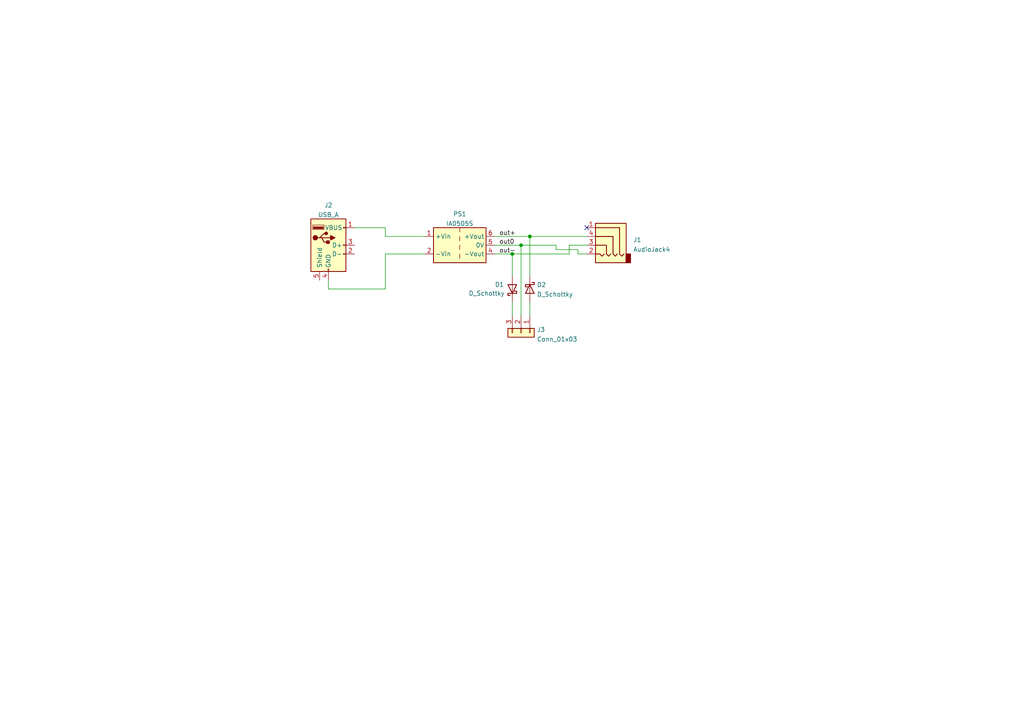
<source format=kicad_sch>
(kicad_sch (version 20211123) (generator eeschema)
  (paper "A4")
  (lib_symbols
    (symbol "AudioJack_4pin:AudioJack4"
      (property "Reference" "J4" (at -2.54 7.7765 0))
      (property "Value" "AudioJack4" (at -2.54 5.0014 0))
      (symbol "AudioJack4_0_1"
        (rectangle (start -6.35 -5.08) (end -7.62 -7.62) (stroke (width 0.254)) (fill (type outline)))
        (polyline (pts (xy 0 -5.08) (xy 0.635 -5.715) (xy 1.27 -5.08) (xy 2.54 -5.08)) (stroke (width 0.254)))
        (polyline (pts (xy -5.715 -5.08) (xy -5.08 -5.715) (xy -4.445 -5.08) (xy -4.445 2.54) (xy 2.54 2.54)) (stroke (width 0.254)))
        (polyline (pts (xy -1.905 -5.08) (xy -1.27 -5.715) (xy -0.635 -5.08) (xy -0.635 -2.54) (xy 2.54 -2.54)) (stroke (width 0.254)))
        (polyline (pts (xy 2.54 0) (xy -2.54 0) (xy -2.54 -5.08) (xy -3.175 -5.715) (xy -3.81 -5.08)) (stroke (width 0.254)))
        (rectangle (start 2.54 3.81) (end -6.35 -7.62) (stroke (width 0.254)) (fill (type background)))
      )
      (symbol "AudioJack4_1_1"
        (pin passive line (at 5.08 2.54 180) (length 2.54) (name "~") (number "1"))
        (pin passive line (at 5.08 -5.08 180) (length 2.54) (name "~") (number "2"))
        (pin passive line (at 5.08 -2.54 180) (length 2.54) (name "~") (number "3"))
        (pin passive line (at 5.08 0 180) (length 2.54) (name "~") (number "4"))
      )
    )
    (symbol "Connector:USB_A" (pin_names (offset 1.016))
      (property "Reference" "J" (at -5.08 11.43 0))
      (property "Value" "USB_A" (at -5.08 8.89 0))
      (symbol "USB_A_0_1"
        (rectangle (start -5.08 -7.62) (end 5.08 7.62) (stroke (width 0.254)) (fill (type background)))
        (circle (center -3.81 2.159) (radius 0.635) (stroke (width 0.254)) (fill (type outline)))
        (rectangle (start -1.524 4.826) (end -4.318 5.334) (fill (type outline)))
        (rectangle (start -1.27 4.572) (end -4.572 5.842))
        (circle (center -0.635 3.429) (radius 0.381) (stroke (width 0.254)) (fill (type outline)))
        (rectangle (start -0.127 -7.62) (end 0.127 -6.858))
        (polyline (pts (xy -3.175 2.159) (xy -2.54 2.159) (xy -1.27 3.429) (xy -0.635 3.429)) (stroke (width 0.254)))
        (polyline (pts (xy -2.54 2.159) (xy -1.905 2.159) (xy -1.27 0.889) (xy 0 0.889)) (stroke (width 0.254)))
        (polyline (pts (xy 0.635 2.794) (xy 0.635 1.524) (xy 1.905 2.159) (xy 0.635 2.794)) (stroke (width 0.254)) (fill (type outline)))
        (rectangle (start 0.254 1.27) (end -0.508 0.508) (stroke (width 0.254)) (fill (type outline)))
        (rectangle (start 5.08 -2.667) (end 4.318 -2.413))
        (rectangle (start 5.08 -0.127) (end 4.318 0.127))
        (rectangle (start 5.08 4.953) (end 4.318 5.207))
      )
      (symbol "USB_A_1_1"
        (polyline (pts (xy -1.905 2.159) (xy 0.635 2.159)) (stroke (width 0.254)))
        (pin power_in line (at 7.62 5.08 180) (length 2.54) (name "VBUS") (number "1"))
        (pin bidirectional line (at 7.62 -2.54 180) (length 2.54) (name "D-") (number "2"))
        (pin bidirectional line (at 7.62 0 180) (length 2.54) (name "D+") (number "3"))
        (pin power_in line (at 0 -10.16 90) (length 2.54) (name "GND") (number "4"))
        (pin passive line (at -2.54 -10.16 90) (length 2.54) (name "Shield") (number "5"))
      )
    )
    (symbol "Connector_Generic:Conn_01x03" (pin_names (offset 1.016) hide)
      (property "Reference" "J" (at 0 5.08 0))
      (property "Value" "Conn_01x03" (at 0 -5.08 0))
      (symbol "Conn_01x03_1_1"
        (rectangle (start -1.27 -2.413) (end 0 -2.667) (stroke (width 0.1524)))
        (rectangle (start -1.27 0.127) (end 0 -0.127) (stroke (width 0.1524)))
        (rectangle (start -1.27 2.667) (end 0 2.413) (stroke (width 0.1524)))
        (rectangle (start -1.27 3.81) (end 1.27 -3.81) (stroke (width 0.254)) (fill (type background)))
        (pin passive line (at -5.08 2.54 0) (length 3.81) (name "Pin_1") (number "1"))
        (pin passive line (at -5.08 0 0) (length 3.81) (name "Pin_2") (number "2"))
        (pin passive line (at -5.08 -2.54 0) (length 3.81) (name "Pin_3") (number "3"))
      )
    )
    (symbol "Converter_DCDC:IA0505S"
      (property "Reference" "PS" (at -7.62 6.35 0))
      (property "Value" "IA0505S" (at 1.27 6.35 0))
      (symbol "IA0505S_0_0"
        (pin power_in line (at -10.16 2.54 0) (length 2.54) (name "+Vin") (number "1"))
        (pin power_in line (at -10.16 -2.54 0) (length 2.54) (name "-Vin") (number "2"))
        (pin power_out line (at 10.16 -2.54 180) (length 2.54) (name "-Vout") (number "4"))
        (pin power_out line (at 10.16 0 180) (length 2.54) (name "0V") (number "5"))
        (pin power_out line (at 10.16 2.54 180) (length 2.54) (name "+Vout") (number "6"))
      )
      (symbol "IA0505S_0_1"
        (rectangle (start -7.62 5.08) (end 7.62 -5.08) (stroke (width 0.254)) (fill (type background)))
        (polyline (pts (xy 0 -2.54) (xy 0 -3.81)))
        (polyline (pts (xy 0 0) (xy 0 -1.27)))
        (polyline (pts (xy 0 2.54) (xy 0 1.27)))
        (polyline (pts (xy 0 5.08) (xy 0 3.81)))
      )
    )
    (symbol "Device:D_Schottky" (pin_numbers hide) (pin_names (offset 1.016) hide)
      (property "Reference" "D" (at 0 2.54 0))
      (property "Value" "D_Schottky" (at 0 -2.54 0))
      (symbol "D_Schottky_0_1"
        (polyline (pts (xy 1.27 0) (xy -1.27 0)))
        (polyline (pts (xy 1.27 1.27) (xy 1.27 -1.27) (xy -1.27 0) (xy 1.27 1.27)) (stroke (width 0.254)))
        (polyline (pts (xy -1.905 0.635) (xy -1.905 1.27) (xy -1.27 1.27) (xy -1.27 -1.27) (xy -0.635 -1.27) (xy -0.635 -0.635)) (stroke (width 0.254)))
      )
      (symbol "D_Schottky_1_1"
        (pin passive line (at -3.81 0 0) (length 2.54) (name "K") (number "1"))
        (pin passive line (at 3.81 0 180) (length 2.54) (name "A") (number "2"))
      )
    )
  )
  (junction (at 153.67 68.58))
  (junction (at 151.13 71.12))
  (junction (at 148.59 73.66))
  (no_connect (at 170.18 66.04))
  (wire (pts (xy 143.51 71.12) (xy 151.13 71.12)))
  (wire (pts (xy 111.76 66.04) (xy 111.76 68.58)))
  (wire (pts (xy 153.67 87.63) (xy 153.67 91.44)))
  (wire (pts (xy 165.1 73.66) (xy 165.1 71.12)))
  (wire (pts (xy 165.1 71.12) (xy 170.18 71.12)))
  (wire (pts (xy 95.25 81.28) (xy 95.25 83.82)))
  (wire (pts (xy 143.51 73.66) (xy 148.59 73.66)))
  (wire (pts (xy 111.76 73.66) (xy 123.19 73.66)))
  (wire (pts (xy 151.13 71.12) (xy 151.13 91.44)))
  (wire (pts (xy 111.76 68.58) (xy 123.19 68.58)))
  (wire (pts (xy 148.59 73.66) (xy 148.59 80.01)))
  (wire (pts (xy 167.64 73.66) (xy 170.18 73.66)))
  (wire (pts (xy 111.76 83.82) (xy 111.76 73.66)))
  (wire (pts (xy 102.87 66.04) (xy 111.76 66.04)))
  (wire (pts (xy 151.13 71.12) (xy 161.29 71.12)))
  (wire (pts (xy 153.67 68.58) (xy 170.18 68.58)))
  (wire (pts (xy 161.29 71.12) (xy 161.29 72.39)))
  (wire (pts (xy 143.51 68.58) (xy 153.67 68.58)))
  (wire (pts (xy 153.67 68.58) (xy 153.67 80.01)))
  (wire (pts (xy 148.59 87.63) (xy 148.59 91.44)))
  (wire (pts (xy 148.59 73.66) (xy 165.1 73.66)))
  (wire (pts (xy 95.25 83.82) (xy 111.76 83.82)))
  (wire (pts (xy 161.29 72.39) (xy 167.64 72.39)))
  (wire (pts (xy 167.64 72.39) (xy 167.64 73.66)))
  (label "out0" (at 144.78 71.12 0))
  (label "out-" (at 144.78 73.66 0))
  (label "out+" (at 144.78 68.58 0))
  (symbol (lib_id "Device:D_Schottky") (at 148.59 83.82 90) (unit 1)
    (property "Reference" "D1" (at 143.51 82.55 90) (effects (justify right)))
    (property "Value" "D_Schottky" (at 135.89 85.09 90) (effects (justify right)))
    (property "Footprint" "Diode_SMD:D_SOD-523" (effects hide))
  )
  (symbol (lib_id "Connector_Generic:Conn_01x03") (at 151.13 96.52 270) (unit 1)
    (property "Reference" "J3" (at 155.702 95.6115 90) (effects (justify left)))
    (property "Value" "Conn_01x03" (at 155.702 98.3866 90) (effects (justify left)))
    (property "Footprint" "Connector_JST:JST_XH_S3B-XH-A_1x03_P2.50mm_Horizontal" (effects hide))
  )
  (symbol (lib_id "Device:D_Schottky") (at 153.67 83.82 270) (unit 1)
    (property "Reference" "D2" (at 155.702 82.594 90) (effects (justify left)))
    (property "Value" "D_Schottky" (at 155.702 85.3691 90) (effects (justify left)))
    (property "Footprint" "Diode_SMD:D_SOD-523" (effects hide))
  )
  (symbol (lib_id "Converter_DCDC:IA0505S") (at 133.35 71.12 0) (unit 1)
    (property "Reference" "PS1" (at 133.35 62.0735 0))
    (property "Value" "IA0505S" (at 133.35 64.8486 0))
    (property "Footprint" "Converter_DCDC:Converter_DCDC_TRACO_TMR-1-xxxx_Dual_THT" (effects hide))
    (property "Datasheet" "https://www.xppower.com/pdfs/SF_IA.pdf" (effects hide))
  )
  (symbol (lib_id "AudioJack_4pin:AudioJack4") (at 175.26 68.58 0) (mirror y) (unit 1)
    (property "Reference" "J1" (at 183.642 69.5765 0) (effects (justify right)))
    (property "Value" "AudioJack4" (at 183.642 72.3516 0) (effects (justify right)))
    (property "Footprint" "CUI_SJ-4351X-SMT:SJ-43514-SMT" (effects hide))
  )
  (symbol (lib_id "Connector:USB_A") (at 95.25 71.12 0) (unit 1)
    (property "Reference" "J2" (at 95.25 59.5335 0))
    (property "Value" "USB_A" (at 95.25 62.3086 0))
    (property "Footprint" "USB_PCB_footprint:USB_A_PCB_Traces_crteensy" (effects hide))
    (property "Datasheet" " ~" (effects hide))
  )
)
</source>
